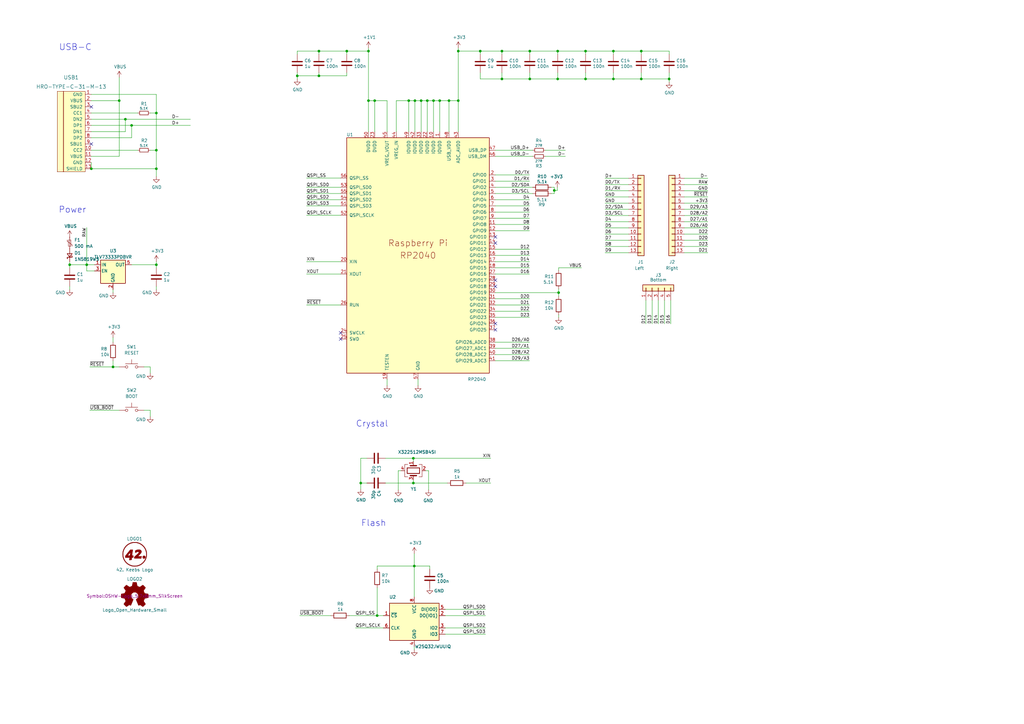
<source format=kicad_sch>
(kicad_sch (version 20211123) (generator eeschema)
  (paper "A3")
  (lib_symbols
    (symbol "42Keebs:42_Keebs_Logo" (pin_names (offset 1.016)))
    (symbol "Connector_Generic:Conn_01x05" (pin_names (offset 1.016) hide)
      (property "Reference" "J" (at 0 7.62 0))
      (property "Value" "Conn_01x05" (at 0 -7.62 0))
      (symbol "Conn_01x05_1_1"
        (pin passive line (at -5.08 5.08 0) (length 3.81) (name "Pin_1") (number "1"))
        (pin passive line (at -5.08 2.54 0) (length 3.81) (name "Pin_2") (number "2"))
        (pin passive line (at -5.08 0 0) (length 3.81) (name "Pin_3") (number "3"))
        (pin passive line (at -5.08 -2.54 0) (length 3.81) (name "Pin_4") (number "4"))
        (pin passive line (at -5.08 -5.08 0) (length 3.81) (name "Pin_5") (number "5"))
      )
    )
    (symbol "Connector_Generic:Conn_01x13" (pin_names (offset 1.016) hide)
      (property "Reference" "J" (at 0 17.78 0))
      (property "Value" "Conn_01x13" (at 0 -17.78 0))
      (symbol "Conn_01x13_1_1"
        (pin passive line (at -5.08 15.24 0) (length 3.81) (name "Pin_1") (number "1"))
        (pin passive line (at -5.08 -7.62 0) (length 3.81) (name "Pin_10") (number "10"))
        (pin passive line (at -5.08 -10.16 0) (length 3.81) (name "Pin_11") (number "11"))
        (pin passive line (at -5.08 -12.7 0) (length 3.81) (name "Pin_12") (number "12"))
        (pin passive line (at -5.08 -15.24 0) (length 3.81) (name "Pin_13") (number "13"))
        (pin passive line (at -5.08 12.7 0) (length 3.81) (name "Pin_2") (number "2"))
        (pin passive line (at -5.08 10.16 0) (length 3.81) (name "Pin_3") (number "3"))
        (pin passive line (at -5.08 7.62 0) (length 3.81) (name "Pin_4") (number "4"))
        (pin passive line (at -5.08 5.08 0) (length 3.81) (name "Pin_5") (number "5"))
        (pin passive line (at -5.08 2.54 0) (length 3.81) (name "Pin_6") (number "6"))
        (pin passive line (at -5.08 0 0) (length 3.81) (name "Pin_7") (number "7"))
        (pin passive line (at -5.08 -2.54 0) (length 3.81) (name "Pin_8") (number "8"))
        (pin passive line (at -5.08 -5.08 0) (length 3.81) (name "Pin_9") (number "9"))
      )
    )
    (symbol "Device:C" (pin_numbers hide) (pin_names (offset 0.254))
      (property "Reference" "C" (at 0.635 2.54 0))
      (property "Value" "C" (at 0.635 -2.54 0))
      (symbol "C_1_1"
        (pin passive line (at 0 3.81 270) (length 2.794) (name "~") (number "1"))
        (pin passive line (at 0 -3.81 90) (length 2.794) (name "~") (number "2"))
      )
    )
    (symbol "Device:Crystal_GND24" (pin_names (offset 1.016) hide)
      (property "Reference" "Y" (at 3.175 5.08 0))
      (property "Value" "Crystal_GND24" (at 3.175 3.175 0))
      (symbol "Crystal_GND24_1_1"
        (pin passive line (at -3.81 0 0) (length 1.27) (name "1") (number "1"))
        (pin passive line (at 0 5.08 270) (length 1.27) (name "2") (number "2"))
        (pin passive line (at 3.81 0 180) (length 1.27) (name "3") (number "3"))
        (pin passive line (at 0 -5.08 90) (length 1.27) (name "4") (number "4"))
      )
    )
    (symbol "Device:D_Schottky_Small" (pin_numbers hide) (pin_names (offset 0.254) hide)
      (property "Reference" "D" (at -1.27 2.032 0))
      (property "Value" "D_Schottky_Small" (at -7.112 -2.032 0))
      (symbol "D_Schottky_Small_1_1"
        (pin passive line (at -2.54 0 0) (length 1.778) (name "K") (number "1"))
        (pin passive line (at 2.54 0 180) (length 1.778) (name "A") (number "2"))
      )
    )
    (symbol "Device:Polyfuse_Small" (pin_numbers hide) (pin_names (offset 0))
      (property "Reference" "F" (at -1.905 0 90))
      (property "Value" "Polyfuse_Small" (at 1.905 0 90))
      (symbol "Polyfuse_Small_1_1"
        (pin passive line (at 0 2.54 270) (length 0.635) (name "~") (number "1"))
        (pin passive line (at 0 -2.54 90) (length 0.635) (name "~") (number "2"))
      )
    )
    (symbol "Device:R" (pin_numbers hide) (pin_names (offset 0))
      (property "Reference" "R" (at 2.032 0 90))
      (property "Value" "R" (at 0 0 90))
      (symbol "R_1_1"
        (pin passive line (at 0 3.81 270) (length 1.27) (name "~") (number "1"))
        (pin passive line (at 0 -3.81 90) (length 1.27) (name "~") (number "2"))
      )
    )
    (symbol "Device:R_Small" (pin_numbers hide) (pin_names (offset 0.254) hide)
      (property "Reference" "R" (at 0.762 0.508 0))
      (property "Value" "R_Small" (at 0.762 -1.016 0))
      (symbol "R_Small_1_1"
        (pin passive line (at 0 2.54 270) (length 0.762) (name "~") (number "1"))
        (pin passive line (at 0 -2.54 90) (length 0.762) (name "~") (number "2"))
      )
    )
    (symbol "Graphic:Logo_Open_Hardware_Small" (pin_names (offset 1.016)))
    (symbol "MCU_RaspberryPi_RP2040:RP2040" (pin_names (offset 1.016))
      (property "Reference" "U" (at -29.21 49.53 0))
      (property "Value" "RP2040" (at 24.13 -49.53 0))
      (symbol "RP2040_0_0"
        (text "Raspberry Pi" (at 0 5.08 0) (effects (font (size 2.54 2.54))))
        (text "RP2040" (at 0 0 0) (effects (font (size 2.54 2.54))))
      )
      (symbol "RP2040_1_1"
        (pin power_in line (at 8.89 50.8 270) (length 2.54) (name "IOVDD") (number "1"))
        (pin power_in line (at 6.35 50.8 270) (length 2.54) (name "IOVDD") (number "10"))
        (pin bidirectional line (at 31.75 12.7 180) (length 2.54) (name "GPIO8") (number "11"))
        (pin bidirectional line (at 31.75 10.16 180) (length 2.54) (name "GPIO9") (number "12"))
        (pin bidirectional line (at 31.75 7.62 180) (length 2.54) (name "GPIO10") (number "13"))
        (pin bidirectional line (at 31.75 5.08 180) (length 2.54) (name "GPIO11") (number "14"))
        (pin bidirectional line (at 31.75 2.54 180) (length 2.54) (name "GPIO12") (number "15"))
        (pin bidirectional line (at 31.75 0 180) (length 2.54) (name "GPIO13") (number "16"))
        (pin bidirectional line (at 31.75 -2.54 180) (length 2.54) (name "GPIO14") (number "17"))
        (pin bidirectional line (at 31.75 -5.08 180) (length 2.54) (name "GPIO15") (number "18"))
        (pin passive line (at -12.7 -50.8 90) (length 2.54) (name "TESTEN") (number "19"))
        (pin bidirectional line (at 31.75 33.02 180) (length 2.54) (name "GPIO0") (number "2"))
        (pin input line (at -31.75 -2.54 0) (length 2.54) (name "XIN") (number "20"))
        (pin passive line (at -31.75 -7.62 0) (length 2.54) (name "XOUT") (number "21"))
        (pin power_in line (at 3.81 50.8 270) (length 2.54) (name "IOVDD") (number "22"))
        (pin power_in line (at -17.78 50.8 270) (length 2.54) (name "DVDD") (number "23"))
        (pin output line (at -31.75 -31.75 0) (length 2.54) (name "SWCLK") (number "24"))
        (pin bidirectional line (at -31.75 -34.29 0) (length 2.54) (name "SWD") (number "25"))
        (pin input line (at -31.75 -20.32 0) (length 2.54) (name "RUN") (number "26"))
        (pin bidirectional line (at 31.75 -7.62 180) (length 2.54) (name "GPIO16") (number "27"))
        (pin bidirectional line (at 31.75 -10.16 180) (length 2.54) (name "GPIO17") (number "28"))
        (pin bidirectional line (at 31.75 -12.7 180) (length 2.54) (name "GPIO18") (number "29"))
        (pin bidirectional line (at 31.75 30.48 180) (length 2.54) (name "GPIO1") (number "3"))
        (pin bidirectional line (at 31.75 -15.24 180) (length 2.54) (name "GPIO19") (number "30"))
        (pin bidirectional line (at 31.75 -17.78 180) (length 2.54) (name "GPIO20") (number "31"))
        (pin bidirectional line (at 31.75 -20.32 180) (length 2.54) (name "GPIO21") (number "32"))
        (pin power_in line (at 1.27 50.8 270) (length 2.54) (name "IOVDD") (number "33"))
        (pin bidirectional line (at 31.75 -22.86 180) (length 2.54) (name "GPIO22") (number "34"))
        (pin bidirectional line (at 31.75 -25.4 180) (length 2.54) (name "GPIO23") (number "35"))
        (pin bidirectional line (at 31.75 -27.94 180) (length 2.54) (name "GPIO24") (number "36"))
        (pin bidirectional line (at 31.75 -30.48 180) (length 2.54) (name "GPIO25") (number "37"))
        (pin bidirectional line (at 31.75 -35.56 180) (length 2.54) (name "GPIO26_ADC0") (number "38"))
        (pin bidirectional line (at 31.75 -38.1 180) (length 2.54) (name "GPIO27_ADC1") (number "39"))
        (pin bidirectional line (at 31.75 27.94 180) (length 2.54) (name "GPIO2") (number "4"))
        (pin bidirectional line (at 31.75 -40.64 180) (length 2.54) (name "GPIO28_ADC2") (number "40"))
        (pin bidirectional line (at 31.75 -43.18 180) (length 2.54) (name "GPIO29_ADC3") (number "41"))
        (pin power_in line (at -1.27 50.8 270) (length 2.54) (name "IOVDD") (number "42"))
        (pin power_in line (at 16.51 50.8 270) (length 2.54) (name "ADC_AVDD") (number "43"))
        (pin power_in line (at -8.89 50.8 270) (length 2.54) (name "VREG_IN") (number "44"))
        (pin power_out line (at -12.7 50.8 270) (length 2.54) (name "VREG_VOUT") (number "45"))
        (pin bidirectional line (at 31.75 40.64 180) (length 2.54) (name "USB_DM") (number "46"))
        (pin bidirectional line (at 31.75 43.18 180) (length 2.54) (name "USB_DP") (number "47"))
        (pin power_in line (at 12.7 50.8 270) (length 2.54) (name "USB_VDD") (number "48"))
        (pin power_in line (at -3.81 50.8 270) (length 2.54) (name "IOVDD") (number "49"))
        (pin bidirectional line (at 31.75 25.4 180) (length 2.54) (name "GPIO3") (number "5"))
        (pin power_in line (at -20.32 50.8 270) (length 2.54) (name "DVDD") (number "50"))
        (pin bidirectional line (at -31.75 20.32 0) (length 2.54) (name "QSPI_SD3") (number "51"))
        (pin output line (at -31.75 16.51 0) (length 2.54) (name "QSPI_SCLK") (number "52"))
        (pin bidirectional line (at -31.75 27.94 0) (length 2.54) (name "QSPI_SD0") (number "53"))
        (pin bidirectional line (at -31.75 22.86 0) (length 2.54) (name "QSPI_SD2") (number "54"))
        (pin bidirectional line (at -31.75 25.4 0) (length 2.54) (name "QSPI_SD1") (number "55"))
        (pin bidirectional line (at -31.75 31.75 0) (length 2.54) (name "QSPI_SS") (number "56"))
        (pin power_in line (at 0 -50.8 90) (length 2.54) (name "GND") (number "57"))
        (pin bidirectional line (at 31.75 22.86 180) (length 2.54) (name "GPIO4") (number "6"))
        (pin bidirectional line (at 31.75 20.32 180) (length 2.54) (name "GPIO5") (number "7"))
        (pin bidirectional line (at 31.75 17.78 180) (length 2.54) (name "GPIO6") (number "8"))
        (pin bidirectional line (at 31.75 15.24 180) (length 2.54) (name "GPIO7") (number "9"))
      )
    )
    (symbol "Memory_Flash:W25Q32JVSS"
      (property "Reference" "U" (at -8.89 8.89 0))
      (property "Value" "W25Q32JVSS" (at 7.62 8.89 0))
      (symbol "W25Q32JVSS_1_1"
        (pin input line (at -12.7 2.54 0) (length 2.54) (name "~{CS}") (number "1"))
        (pin bidirectional line (at 12.7 2.54 180) (length 2.54) (name "DO(IO1)") (number "2"))
        (pin bidirectional line (at 12.7 -2.54 180) (length 2.54) (name "IO2") (number "3"))
        (pin power_in line (at 0 -10.16 90) (length 2.54) (name "GND") (number "4"))
        (pin bidirectional line (at 12.7 5.08 180) (length 2.54) (name "DI(IO0)") (number "5"))
        (pin input line (at -12.7 -2.54 0) (length 2.54) (name "CLK") (number "6"))
        (pin bidirectional line (at 12.7 -5.08 180) (length 2.54) (name "IO3") (number "7"))
        (pin power_in line (at 0 10.16 270) (length 2.54) (name "VCC") (number "8"))
      )
    )
    (symbol "Regulator_Linear:TLV73333PDBV" (pin_names (offset 0.254))
      (property "Reference" "U" (at -3.81 5.715 0))
      (property "Value" "TLV73333PDBV" (at 0 5.715 0))
      (symbol "TLV73333PDBV_1_1"
        (pin power_in line (at -7.62 2.54 0) (length 2.54) (name "IN") (number "1"))
        (pin power_in line (at 0 -7.62 90) (length 2.54) (name "GND") (number "2"))
        (pin input line (at -7.62 0 0) (length 2.54) (name "EN") (number "3"))
        (pin no_connect line (at 5.08 0 180) (length 2.54) hide (name "NC") (number "4"))
        (pin power_out line (at 7.62 2.54 180) (length 2.54) (name "OUT") (number "5"))
      )
    )
    (symbol "Switch:SW_Push" (pin_numbers hide) (pin_names (offset 1.016) hide)
      (property "Reference" "SW" (at 1.27 2.54 0))
      (property "Value" "SW_Push" (at 0 -1.524 0))
      (symbol "SW_Push_0_1"
        (pin passive line (at -5.08 0 0) (length 2.54) (name "1") (number "1"))
        (pin passive line (at 5.08 0 180) (length 2.54) (name "2") (number "2"))
      )
    )
    (symbol "Type-C:HRO-TYPE-C-31-M-12" (pin_names (offset 1.016))
      (property "Reference" "USB" (at -5.08 16.51 0))
      (property "Value" "HRO-TYPE-C-31-M-12" (at -10.16 -1.27 90))
      (symbol "HRO-TYPE-C-31-M-12_1_1"
        (pin input line (at 2.54 13.97 180) (length 2.54) (name "GND") (number "1"))
        (pin input line (at 2.54 -8.89 180) (length 2.54) (name "CC2") (number "10"))
        (pin input line (at 2.54 -11.43 180) (length 2.54) (name "VBUS") (number "11"))
        (pin input line (at 2.54 -13.97 180) (length 2.54) (name "GND") (number "12"))
        (pin input line (at 2.54 -16.51 180) (length 2.54) (name "SHIELD") (number "13"))
        (pin input line (at 2.54 11.43 180) (length 2.54) (name "VBUS") (number "2"))
        (pin input line (at 2.54 8.89 180) (length 2.54) (name "SBU2") (number "3"))
        (pin input line (at 2.54 6.35 180) (length 2.54) (name "CC1") (number "4"))
        (pin input line (at 2.54 3.81 180) (length 2.54) (name "DN2") (number "5"))
        (pin input line (at 2.54 1.27 180) (length 2.54) (name "DP1") (number "6"))
        (pin input line (at 2.54 -1.27 180) (length 2.54) (name "DN1") (number "7"))
        (pin input line (at 2.54 -3.81 180) (length 2.54) (name "DP2") (number "8"))
        (pin input line (at 2.54 -6.35 180) (length 2.54) (name "SBU1") (number "9"))
      )
    )
    (symbol "power:+1V1" (power) (pin_names (offset 0))
      (property "Value" "+1V1" (at 0 3.556 0))
      (symbol "+1V1_1_1"
        (pin power_in line (at 0 0 90) (length 0) hide (name "+1V1") (number "1"))
      )
    )
    (symbol "power:+3V3" (power) (pin_names (offset 0))
      (property "Value" "+3V3" (at 0 3.556 0))
      (symbol "+3V3_1_1"
        (pin power_in line (at 0 0 90) (length 0) hide (name "+3V3") (number "1"))
      )
    )
    (symbol "power:GND" (power) (pin_names (offset 0))
      (property "Value" "GND" (at 0 -3.81 0))
      (symbol "GND_1_1"
        (pin power_in line (at 0 0 270) (length 0) hide (name "GND") (number "1"))
      )
    )
    (symbol "power:VBUS" (power) (pin_names (offset 0))
      (property "Value" "VBUS" (at 0 3.81 0))
      (symbol "VBUS_1_1"
        (pin power_in line (at 0 0 90) (length 0) hide (name "VBUS") (number "1"))
      )
    )
  )
  (junction (at 196.977 20.955))
  (junction (at 130.81 31.115))
  (junction (at 263.017 32.385))
  (junction (at 251.587 32.385))
  (junction (at 35.56 108.585))
  (junction (at 217.297 32.385))
  (junction (at 170.18 41.275))
  (junction (at 28.575 108.585))
  (junction (at 205.867 32.385))
  (junction (at 172.72 41.275))
  (junction (at 228.727 32.385))
  (junction (at 184.15 41.275))
  (junction (at 251.587 20.955))
  (junction (at 187.96 20.955))
  (junction (at 142.24 20.955))
  (junction (at 64.135 46.355))
  (junction (at 240.157 32.385))
  (junction (at 274.447 32.385))
  (junction (at 64.135 108.585))
  (junction (at 167.64 41.275))
  (junction (at 154.686 252.476))
  (junction (at 263.017 20.955))
  (junction (at 130.81 20.955))
  (junction (at 228.727 20.955))
  (junction (at 169.545 198.12))
  (junction (at 177.8 41.275))
  (junction (at 151.13 20.955))
  (junction (at 175.26 41.275))
  (junction (at 48.895 41.275))
  (junction (at 121.92 31.115))
  (junction (at 153.67 41.275))
  (junction (at 227.33 78.105))
  (junction (at 229.108 120.015))
  (junction (at 53.975 51.435))
  (junction (at 51.435 48.895))
  (junction (at 46.355 150.495))
  (junction (at 187.96 41.275))
  (junction (at 180.34 41.275))
  (junction (at 217.297 20.955))
  (junction (at 169.545 187.96))
  (junction (at 37.465 69.215))
  (junction (at 205.867 20.955))
  (junction (at 240.157 20.955))
  (junction (at 169.926 232.156))
  (junction (at 64.135 61.595))
  (junction (at 151.13 41.275))
  (junction (at 64.135 69.215))
  (junction (at 147.955 198.12))
  (no_connect (at 139.7 139.065))
  (no_connect (at 203.2 99.695))
  (no_connect (at 203.2 114.935))
  (no_connect (at 37.465 59.055))
  (no_connect (at 203.2 97.155))
  (no_connect (at 203.2 117.475))
  (no_connect (at 139.7 136.525))
  (no_connect (at 203.2 132.715))
  (no_connect (at 203.2 135.255))
  (no_connect (at 37.465 43.815))
  (wire (pts (xy 147.955 187.96) (xy 147.955 198.12)))
  (wire (pts (xy 228.6 76.835) (xy 228.6 78.105)))
  (wire (pts (xy 191.135 198.12) (xy 201.295 198.12)))
  (wire (pts (xy 37.465 46.355) (xy 56.515 46.355)))
  (wire (pts (xy 162.56 41.275) (xy 167.64 41.275)))
  (wire (pts (xy 240.157 22.225) (xy 240.157 20.955)))
  (wire (pts (xy 121.92 22.225) (xy 121.92 20.955)))
  (wire (pts (xy 59.055 150.495) (xy 61.595 150.495)))
  (wire (pts (xy 121.92 20.955) (xy 130.81 20.955)))
  (wire (pts (xy 270.002 132.842) (xy 270.002 123.19)))
  (wire (pts (xy 240.157 32.385) (xy 228.727 32.385)))
  (wire (pts (xy 263.017 22.225) (xy 263.017 20.955)))
  (wire (pts (xy 171.45 155.575) (xy 171.45 158.115)))
  (wire (pts (xy 28.575 107.315) (xy 28.575 108.585)))
  (wire (pts (xy 37.465 53.975) (xy 51.435 53.975)))
  (wire (pts (xy 251.587 29.845) (xy 251.587 32.385)))
  (wire (pts (xy 35.56 111.125) (xy 35.56 108.585)))
  (wire (pts (xy 217.17 109.855) (xy 203.2 109.855)))
  (wire (pts (xy 143.256 252.476) (xy 154.686 252.476)))
  (wire (pts (xy 217.17 102.235) (xy 203.2 102.235)))
  (wire (pts (xy 130.81 31.115) (xy 142.24 31.115)))
  (wire (pts (xy 280.67 96.012) (xy 290.322 96.012)))
  (wire (pts (xy 203.2 64.135) (xy 218.567 64.135)))
  (wire (pts (xy 36.83 168.275) (xy 48.895 168.275)))
  (wire (pts (xy 228.727 22.225) (xy 228.727 20.955)))
  (wire (pts (xy 248.158 85.852) (xy 257.81 85.852)))
  (wire (pts (xy 169.926 232.156) (xy 169.926 244.856)))
  (wire (pts (xy 177.8 41.275) (xy 180.34 41.275)))
  (wire (pts (xy 154.686 252.476) (xy 157.226 252.476)))
  (wire (pts (xy 251.587 20.955) (xy 263.017 20.955)))
  (wire (pts (xy 264.922 132.842) (xy 264.922 123.19)))
  (wire (pts (xy 229.108 120.015) (xy 229.108 121.539)))
  (wire (pts (xy 280.67 83.312) (xy 290.322 83.312)))
  (wire (pts (xy 217.17 145.415) (xy 203.2 145.415)))
  (wire (pts (xy 53.975 51.435) (xy 78.105 51.435)))
  (wire (pts (xy 228.727 29.845) (xy 228.727 32.385)))
  (wire (pts (xy 153.67 53.975) (xy 153.67 41.275)))
  (wire (pts (xy 187.96 20.955) (xy 196.977 20.955)))
  (wire (pts (xy 217.17 112.395) (xy 203.2 112.395)))
  (wire (pts (xy 263.017 29.845) (xy 263.017 32.385)))
  (wire (pts (xy 228.6 78.105) (xy 227.33 78.105)))
  (wire (pts (xy 28.575 117.475) (xy 28.575 118.745)))
  (wire (pts (xy 248.158 80.772) (xy 257.81 80.772)))
  (wire (pts (xy 151.13 41.275) (xy 151.13 53.975)))
  (wire (pts (xy 37.465 66.675) (xy 37.465 69.215)))
  (wire (pts (xy 64.135 69.215) (xy 64.135 72.39)))
  (wire (pts (xy 248.158 73.152) (xy 257.81 73.152)))
  (wire (pts (xy 37.465 69.215) (xy 64.135 69.215)))
  (wire (pts (xy 176.276 233.426) (xy 176.276 232.156)))
  (wire (pts (xy 275.082 132.842) (xy 275.082 123.19)))
  (wire (pts (xy 51.435 48.895) (xy 37.465 48.895)))
  (wire (pts (xy 37.465 38.735) (xy 64.135 38.735)))
  (wire (pts (xy 37.465 64.135) (xy 48.895 64.135)))
  (wire (pts (xy 248.158 96.012) (xy 257.81 96.012)))
  (wire (pts (xy 64.135 38.735) (xy 64.135 46.355)))
  (wire (pts (xy 176.276 232.156) (xy 169.926 232.156)))
  (wire (pts (xy 280.67 78.232) (xy 290.322 78.232)))
  (wire (pts (xy 184.15 53.975) (xy 184.15 41.275)))
  (wire (pts (xy 229.108 109.855) (xy 238.506 109.855)))
  (wire (pts (xy 251.587 22.225) (xy 251.587 20.955)))
  (wire (pts (xy 203.2 120.015) (xy 229.108 120.015)))
  (wire (pts (xy 121.92 31.115) (xy 130.81 31.115)))
  (wire (pts (xy 169.926 265.176) (xy 169.926 266.446)))
  (wire (pts (xy 37.465 61.595) (xy 56.515 61.595)))
  (wire (pts (xy 217.17 107.315) (xy 203.2 107.315)))
  (wire (pts (xy 182.626 260.096) (xy 199.136 260.096)))
  (wire (pts (xy 280.67 101.092) (xy 290.322 101.092)))
  (wire (pts (xy 158.75 53.975) (xy 158.75 41.275)))
  (wire (pts (xy 154.686 232.156) (xy 169.926 232.156)))
  (wire (pts (xy 217.297 22.225) (xy 217.297 20.955)))
  (wire (pts (xy 130.81 20.955) (xy 142.24 20.955)))
  (wire (pts (xy 184.15 41.275) (xy 187.96 41.275)))
  (wire (pts (xy 158.115 187.96) (xy 169.545 187.96)))
  (wire (pts (xy 205.867 20.955) (xy 217.297 20.955)))
  (wire (pts (xy 217.17 92.075) (xy 203.2 92.075)))
  (wire (pts (xy 46.355 138.43) (xy 46.355 140.335)))
  (wire (pts (xy 51.435 53.975) (xy 51.435 48.895)))
  (wire (pts (xy 228.727 32.385) (xy 217.297 32.385)))
  (wire (pts (xy 248.158 93.472) (xy 257.81 93.472)))
  (wire (pts (xy 187.96 20.955) (xy 187.96 41.275)))
  (wire (pts (xy 280.67 75.692) (xy 290.322 75.692)))
  (wire (pts (xy 64.135 46.355) (xy 64.135 61.595)))
  (wire (pts (xy 169.926 227.076) (xy 169.926 232.156)))
  (wire (pts (xy 139.7 125.095) (xy 125.73 125.095)))
  (wire (pts (xy 121.92 31.115) (xy 121.92 32.385)))
  (wire (pts (xy 61.595 150.495) (xy 61.595 153.035)))
  (wire (pts (xy 227.33 79.375) (xy 226.06 79.375)))
  (wire (pts (xy 272.542 132.842) (xy 272.542 123.19)))
  (wire (pts (xy 130.81 22.225) (xy 130.81 20.955)))
  (wire (pts (xy 223.647 61.595) (xy 231.902 61.595)))
  (wire (pts (xy 130.81 29.845) (xy 130.81 31.115)))
  (wire (pts (xy 125.73 79.375) (xy 139.7 79.375)))
  (wire (pts (xy 175.26 41.275) (xy 177.8 41.275)))
  (wire (pts (xy 248.158 88.392) (xy 257.81 88.392)))
  (wire (pts (xy 263.017 32.385) (xy 274.447 32.385)))
  (wire (pts (xy 169.545 187.96) (xy 201.295 187.96)))
  (wire (pts (xy 147.955 198.12) (xy 147.955 200.66)))
  (wire (pts (xy 135.636 252.476) (xy 122.936 252.476)))
  (wire (pts (xy 125.73 107.315) (xy 139.7 107.315)))
  (wire (pts (xy 227.33 78.105) (xy 227.33 79.375)))
  (wire (pts (xy 217.297 20.955) (xy 228.727 20.955)))
  (wire (pts (xy 158.115 198.12) (xy 169.545 198.12)))
  (wire (pts (xy 203.2 76.835) (xy 218.44 76.835)))
  (wire (pts (xy 248.158 83.312) (xy 257.81 83.312)))
  (wire (pts (xy 64.135 61.595) (xy 64.135 69.215)))
  (wire (pts (xy 121.92 29.845) (xy 121.92 31.115)))
  (wire (pts (xy 196.977 20.955) (xy 205.867 20.955)))
  (wire (pts (xy 217.17 89.535) (xy 203.2 89.535)))
  (wire (pts (xy 203.2 61.595) (xy 218.567 61.595)))
  (wire (pts (xy 196.977 32.385) (xy 205.867 32.385)))
  (wire (pts (xy 64.135 117.475) (xy 64.135 118.745)))
  (wire (pts (xy 217.297 32.385) (xy 205.867 32.385)))
  (wire (pts (xy 217.17 84.455) (xy 203.2 84.455)))
  (wire (pts (xy 172.72 53.975) (xy 172.72 41.275)))
  (wire (pts (xy 167.64 41.275) (xy 170.18 41.275)))
  (wire (pts (xy 182.626 257.556) (xy 199.136 257.556)))
  (wire (pts (xy 53.975 108.585) (xy 64.135 108.585)))
  (wire (pts (xy 196.977 29.845) (xy 196.977 32.385)))
  (wire (pts (xy 53.975 56.515) (xy 53.975 51.435)))
  (wire (pts (xy 240.157 20.955) (xy 251.587 20.955)))
  (wire (pts (xy 175.768 193.04) (xy 175.768 200.914)))
  (wire (pts (xy 167.64 53.975) (xy 167.64 41.275)))
  (wire (pts (xy 61.595 46.355) (xy 64.135 46.355)))
  (wire (pts (xy 251.587 32.385) (xy 240.157 32.385)))
  (wire (pts (xy 280.67 103.632) (xy 290.322 103.632)))
  (wire (pts (xy 228.727 20.955) (xy 240.157 20.955)))
  (wire (pts (xy 139.7 112.395) (xy 125.73 112.395)))
  (wire (pts (xy 180.34 41.275) (xy 180.34 53.975)))
  (wire (pts (xy 38.735 108.585) (xy 35.56 108.585)))
  (wire (pts (xy 196.977 20.955) (xy 196.977 22.225)))
  (wire (pts (xy 169.545 189.23) (xy 169.545 187.96)))
  (wire (pts (xy 64.135 108.585) (xy 64.135 109.855)))
  (wire (pts (xy 217.17 122.555) (xy 203.2 122.555)))
  (wire (pts (xy 175.26 53.975) (xy 175.26 41.275)))
  (wire (pts (xy 153.67 41.275) (xy 151.13 41.275)))
  (wire (pts (xy 48.895 64.135) (xy 48.895 41.275)))
  (wire (pts (xy 226.06 76.835) (xy 227.33 76.835)))
  (wire (pts (xy 280.67 73.152) (xy 290.322 73.152)))
  (wire (pts (xy 240.157 29.845) (xy 240.157 32.385)))
  (wire (pts (xy 217.17 140.335) (xy 203.2 140.335)))
  (wire (pts (xy 37.465 41.275) (xy 48.895 41.275)))
  (wire (pts (xy 158.75 155.575) (xy 158.75 158.115)))
  (wire (pts (xy 170.18 41.275) (xy 172.72 41.275)))
  (wire (pts (xy 142.24 22.225) (xy 142.24 20.955)))
  (wire (pts (xy 229.108 110.871) (xy 229.108 109.855)))
  (wire (pts (xy 180.34 41.275) (xy 184.15 41.275)))
  (wire (pts (xy 46.355 118.745) (xy 46.355 120.015)))
  (wire (pts (xy 125.73 84.455) (xy 139.7 84.455)))
  (wire (pts (xy 182.626 249.936) (xy 199.136 249.936)))
  (wire (pts (xy 217.17 147.955) (xy 203.2 147.955)))
  (wire (pts (xy 51.435 48.895) (xy 78.105 48.895)))
  (wire (pts (xy 248.158 101.092) (xy 257.81 101.092)))
  (wire (pts (xy 46.355 150.495) (xy 48.895 150.495)))
  (wire (pts (xy 150.495 198.12) (xy 147.955 198.12)))
  (wire (pts (xy 154.686 233.426) (xy 154.686 232.156)))
  (wire (pts (xy 172.72 41.275) (xy 175.26 41.275)))
  (wire (pts (xy 142.24 20.955) (xy 151.13 20.955)))
  (wire (pts (xy 217.17 142.875) (xy 203.2 142.875)))
  (wire (pts (xy 125.73 81.915) (xy 139.7 81.915)))
  (wire (pts (xy 35.56 108.585) (xy 28.575 108.585)))
  (wire (pts (xy 280.67 93.472) (xy 290.322 93.472)))
  (wire (pts (xy 139.7 88.265) (xy 125.73 88.265)))
  (wire (pts (xy 217.17 125.095) (xy 203.2 125.095)))
  (wire (pts (xy 227.33 76.835) (xy 227.33 78.105)))
  (wire (pts (xy 280.67 88.392) (xy 290.322 88.392)))
  (wire (pts (xy 229.108 129.159) (xy 229.108 130.175)))
  (wire (pts (xy 125.73 76.835) (xy 139.7 76.835)))
  (wire (pts (xy 169.545 198.12) (xy 183.515 198.12)))
  (wire (pts (xy 37.465 51.435) (xy 53.975 51.435)))
  (wire (pts (xy 174.625 193.04) (xy 175.768 193.04)))
  (wire (pts (xy 162.56 53.975) (xy 162.56 41.275)))
  (wire (pts (xy 36.83 150.495) (xy 46.355 150.495)))
  (wire (pts (xy 267.462 132.842) (xy 267.462 123.19)))
  (wire (pts (xy 274.447 22.225) (xy 274.447 20.955)))
  (wire (pts (xy 248.158 98.552) (xy 257.81 98.552)))
  (wire (pts (xy 169.545 196.85) (xy 169.545 198.12)))
  (wire (pts (xy 274.447 29.845) (xy 274.447 32.385)))
  (wire (pts (xy 145.796 257.556) (xy 157.226 257.556)))
  (wire (pts (xy 48.895 31.75) (xy 48.895 41.275)))
  (wire (pts (xy 38.735 111.125) (xy 35.56 111.125)))
  (wire (pts (xy 274.447 32.385) (xy 274.447 33.655)))
  (wire (pts (xy 248.158 103.632) (xy 257.81 103.632)))
  (wire (pts (xy 217.297 29.845) (xy 217.297 32.385)))
  (wire (pts (xy 280.67 80.772) (xy 290.322 80.772)))
  (wire (pts (xy 170.18 53.975) (xy 170.18 41.275)))
  (wire (pts (xy 158.75 41.275) (xy 153.67 41.275)))
  (wire (pts (xy 187.96 41.275) (xy 187.96 53.975)))
  (wire (pts (xy 182.626 252.476) (xy 199.136 252.476)))
  (wire (pts (xy 217.17 86.995) (xy 203.2 86.995)))
  (wire (pts (xy 163.322 193.04) (xy 163.322 200.914)))
  (wire (pts (xy 280.67 98.552) (xy 290.322 98.552)))
  (wire (pts (xy 46.355 147.955) (xy 46.355 150.495)))
  (wire (pts (xy 61.595 61.595) (xy 64.135 61.595)))
  (wire (pts (xy 205.867 29.845) (xy 205.867 32.385)))
  (wire (pts (xy 217.17 94.615) (xy 203.2 94.615)))
  (wire (pts (xy 248.158 75.692) (xy 257.81 75.692)))
  (wire (pts (xy 280.67 85.852) (xy 290.322 85.852)))
  (wire (pts (xy 280.67 90.932) (xy 290.322 90.932)))
  (wire (pts (xy 217.17 81.915) (xy 203.2 81.915)))
  (wire (pts (xy 142.24 31.115) (xy 142.24 29.845)))
  (wire (pts (xy 263.017 20.955) (xy 274.447 20.955)))
  (wire (pts (xy 217.17 127.635) (xy 203.2 127.635)))
  (wire (pts (xy 248.158 78.232) (xy 257.81 78.232)))
  (wire (pts (xy 59.055 168.275) (xy 61.595 168.275)))
  (wire (pts (xy 223.647 64.135) (xy 231.902 64.135)))
  (wire (pts (xy 203.2 79.375) (xy 218.44 79.375)))
  (wire (pts (xy 217.17 130.175) (xy 203.2 130.175)))
  (wire (pts (xy 164.465 193.04) (xy 163.322 193.04)))
  (wire (pts (xy 139.7 73.025) (xy 125.73 73.025)))
  (wire (pts (xy 177.8 53.975) (xy 177.8 41.275)))
  (wire (pts (xy 217.17 104.775) (xy 203.2 104.775)))
  (wire (pts (xy 229.108 118.491) (xy 229.108 120.015)))
  (wire (pts (xy 61.595 168.275) (xy 61.595 170.815)))
  (wire (pts (xy 263.017 32.385) (xy 251.587 32.385)))
  (wire (pts (xy 217.17 71.755) (xy 203.2 71.755)))
  (wire (pts (xy 37.465 56.515) (xy 53.975 56.515)))
  (wire (pts (xy 151.13 19.685) (xy 151.13 20.955)))
  (wire (pts (xy 28.575 109.855) (xy 28.575 108.585)))
  (wire (pts (xy 187.96 19.685) (xy 187.96 20.955)))
  (wire (pts (xy 151.13 20.955) (xy 151.13 41.275)))
  (wire (pts (xy 154.686 241.046) (xy 154.686 252.476)))
  (wire (pts (xy 64.135 107.315) (xy 64.135 108.585)))
  (wire (pts (xy 205.867 22.225) (xy 205.867 20.955)))
  (wire (pts (xy 150.495 187.96) (xy 147.955 187.96)))
  (wire (pts (xy 35.56 93.345) (xy 35.56 108.585)))
  (wire (pts (xy 217.17 74.295) (xy 203.2 74.295)))
  (wire (pts (xy 248.158 90.932) (xy 257.81 90.932)))
  (text "Power" (at 24.003 87.63 0) (effects (font (size 2.54 2.54)) (justify left bottom)))
  (text "Crystal" (at 145.923 175.387 0) (effects (font (size 2.54 2.54)) (justify left bottom)))
  (text "Flash" (at 148.082 216.154 0) (effects (font (size 2.54 2.54)) (justify left bottom)))
  (text "USB-C" (at 24.13 20.955 0) (effects (font (size 2.54 2.54)) (justify left bottom)))
  (label "D-" (at 290.322 73.152 180))
  (label "D8" (at 248.158 101.092 0) (effects (font (size 1.2446 1.2446))))
  (label "D4" (at 248.158 90.932 0) (effects (font (size 1.2446 1.2446))))
  (label "QSPI_SD2" (at 199.136 257.556 180))
  (label "D15" (at 217.17 109.855 180) (effects (font (size 1.2446 1.2446))))
  (label "XIN" (at 125.73 107.315 0))
  (label "D23" (at 290.322 101.092 180) (effects (font (size 1.2446 1.2446))))
  (label "D-" (at 231.902 64.135 180))
  (label "D1{slash}RX" (at 217.17 74.295 180) (effects (font (size 1.2446 1.2446))))
  (label "XOUT" (at 201.295 198.12 180))
  (label "D3{slash}SCL" (at 217.17 79.375 180) (effects (font (size 1.2446 1.2446))))
  (label "D3{slash}SCL" (at 248.158 88.392 0) (effects (font (size 1.2446 1.2446))))
  (label "RAW" (at 35.56 93.345 270) (effects (font (size 1.2446 1.2446))))
  (label "QSPI_SD2" (at 125.73 81.915 0))
  (label "D7" (at 217.17 89.535 180) (effects (font (size 1.2446 1.2446))))
  (label "D27{slash}A1" (at 290.322 90.932 180) (effects (font (size 1.2446 1.2446))))
  (label "D26{slash}A0" (at 217.17 140.335 180) (effects (font (size 1.2446 1.2446))))
  (label "D15" (at 272.542 132.842 90) (effects (font (size 1.2446 1.2446))))
  (label "QSPI_SD0" (at 125.73 76.835 0))
  (label "D5" (at 217.17 84.455 180) (effects (font (size 1.2446 1.2446))))
  (label "GND" (at 248.158 83.312 0) (effects (font (size 1.2446 1.2446))))
  (label "+3V3" (at 290.322 83.312 180) (effects (font (size 1.2446 1.2446))))
  (label "D14" (at 217.17 107.315 180) (effects (font (size 1.2446 1.2446))))
  (label "XOUT" (at 125.73 112.395 0))
  (label "QSPI_SD3" (at 199.136 260.096 180))
  (label "D9" (at 248.158 103.632 0) (effects (font (size 1.2446 1.2446))))
  (label "USB_D-" (at 217.17 64.135 180))
  (label "~{RESET}" (at 36.83 150.495 0))
  (label "D6" (at 217.17 86.995 180) (effects (font (size 1.2446 1.2446))))
  (label "D22" (at 217.17 127.635 180) (effects (font (size 1.2446 1.2446))))
  (label "D1{slash}RX" (at 248.158 78.232 0) (effects (font (size 1.2446 1.2446))))
  (label "D22" (at 290.322 96.012 180) (effects (font (size 1.2446 1.2446))))
  (label "D6" (at 248.158 96.012 0) (effects (font (size 1.2446 1.2446))))
  (label "~{RESET}" (at 125.73 125.095 0))
  (label "RAW" (at 290.322 75.692 180) (effects (font (size 1.2446 1.2446))))
  (label "D7" (at 248.158 98.552 0) (effects (font (size 1.2446 1.2446))))
  (label "D13" (at 267.462 132.842 90) (effects (font (size 1.2446 1.2446))))
  (label "D5" (at 248.158 93.472 0) (effects (font (size 1.2446 1.2446))))
  (label "D28{slash}A2" (at 290.322 88.392 180) (effects (font (size 1.2446 1.2446))))
  (label "D16" (at 275.082 132.842 90) (effects (font (size 1.2446 1.2446))))
  (label "GND" (at 290.322 78.232 180) (effects (font (size 1.2446 1.2446))))
  (label "D4" (at 217.17 81.915 180) (effects (font (size 1.2446 1.2446))))
  (label "D12" (at 264.922 132.842 90) (effects (font (size 1.2446 1.2446))))
  (label "QSPI_SD1" (at 199.136 252.476 180))
  (label "USB_D+" (at 217.17 61.595 180))
  (label "D28{slash}A2" (at 217.17 145.415 180) (effects (font (size 1.2446 1.2446))))
  (label "D29{slash}A3" (at 217.17 147.955 180) (effects (font (size 1.2446 1.2446))))
  (label "D0{slash}TX" (at 248.158 75.692 0) (effects (font (size 1.2446 1.2446))))
  (label "D13" (at 217.17 104.775 180) (effects (font (size 1.2446 1.2446))))
  (label "D+" (at 248.158 73.152 0))
  (label "XIN" (at 201.295 187.96 180))
  (label "D+" (at 73.533 51.435 180))
  (label "~{USB_BOOT}" (at 122.936 252.476 0))
  (label "D29{slash}A3" (at 290.322 85.852 180) (effects (font (size 1.2446 1.2446))))
  (label "GND" (at 248.158 80.772 0) (effects (font (size 1.2446 1.2446))))
  (label "D16" (at 217.17 112.395 180) (effects (font (size 1.2446 1.2446))))
  (label "QSPI_SD1" (at 125.73 79.375 0))
  (label "VBUS" (at 238.506 109.855 180) (effects (font (size 1.2446 1.2446))))
  (label "D21" (at 290.322 103.632 180) (effects (font (size 1.2446 1.2446))))
  (label "D-" (at 73.533 48.895 180))
  (label "D21" (at 217.17 125.095 180) (effects (font (size 1.2446 1.2446))))
  (label "~{RESET}" (at 290.322 80.772 180) (effects (font (size 1.2446 1.2446))))
  (label "D26{slash}A0" (at 290.322 93.472 180) (effects (font (size 1.2446 1.2446))))
  (label "D20" (at 290.322 98.552 180) (effects (font (size 1.2446 1.2446))))
  (label "D9" (at 217.17 94.615 180) (effects (font (size 1.2446 1.2446))))
  (label "QSPI_SD3" (at 125.73 84.455 0))
  (label "QSPI_SS" (at 145.796 252.476 0))
  (label "D0{slash}TX" (at 217.17 71.755 180) (effects (font (size 1.2446 1.2446))))
  (label "D+" (at 231.902 61.595 180))
  (label "D27{slash}A1" (at 217.17 142.875 180) (effects (font (size 1.2446 1.2446))))
  (label "D20" (at 217.17 122.555 180) (effects (font (size 1.2446 1.2446))))
  (label "D14" (at 270.002 132.842 90) (effects (font (size 1.2446 1.2446))))
  (label "D2{slash}SDA" (at 248.158 85.852 0) (effects (font (size 1.2446 1.2446))))
  (label "~{USB_BOOT}" (at 36.83 168.275 0))
  (label "QSPI_SCLK" (at 125.73 88.265 0))
  (label "D12" (at 217.17 102.235 180) (effects (font (size 1.2446 1.2446))))
  (label "QSPI_SCLK" (at 145.796 257.556 0))
  (label "QSPI_SD0" (at 199.136 249.936 180))
  (label "D8" (at 217.17 92.075 180) (effects (font (size 1.2446 1.2446))))
  (label "QSPI_SS" (at 125.73 73.025 0))
  (label "D23" (at 217.17 130.175 180) (effects (font (size 1.2446 1.2446))))
  (label "D2{slash}SDA" (at 217.17 76.835 180) (effects (font (size 1.2446 1.2446))))
  (symbol (lib_id "Device:R") (at 187.325 198.12 270) (unit 1)
    (property "Reference" "R5" (at 187.452 193.2686 90))
    (property "Value" "1k" (at 187.452 195.58 90))
    (property "Footprint" "Resistor_SMD:R_0402_1005Metric" (effects hide))
  )
  (symbol (lib_id "power:GND") (at 175.768 200.914 0) (mirror y) (unit 1)
    (property "Reference" "#PWR0102" (effects hide))
    (property "Value" "GND" (at 175.641 205.3082 0))
  )
  (symbol (lib_id "Device:R") (at 222.25 76.835 270) (mirror x) (unit 1)
    (property "Reference" "R10" (at 220.345 72.39 90) (effects (justify left)))
    (property "Value" "5.1k" (at 220.218 74.549 90) (effects (justify left)))
    (property "Footprint" "Resistor_SMD:R_0402_1005Metric" (effects hide))
  )
  (symbol (lib_id "power:+3V3") (at 169.926 227.076 0) (unit 1)
    (property "Reference" "#PWR0135" (effects hide))
    (property "Value" "+3V3" (at 170.307 222.6818 0))
  )
  (symbol (lib_id "Device:R_Small") (at 59.055 46.355 270) (unit 1)
    (property "Reference" "R1" (at 59.055 42.545 90))
    (property "Value" "5.1K" (at 59.055 44.45 90) (effects (font (size 0.9906 0.9906))))
    (property "Footprint" "Resistor_SMD:R_0402_1005Metric" (effects hide))
  )
  (symbol (lib_id "Connector_Generic:Conn_01x13") (at 275.59 88.392 0) (mirror y) (unit 1)
    (property "Reference" "J2" (at 276.86 107.442 0) (effects (justify left)))
    (property "Value" "Right" (at 278.13 109.982 0) (effects (justify left)))
    (property "Footprint" "42keebs:PinHeader_1x13_P2.54mm_Vertical_ProMicro-Right" (effects hide))
  )
  (symbol (lib_id "Device:Polyfuse_Small") (at 28.575 99.695 0) (unit 1)
    (property "Reference" "F1" (at 30.48 98.4249 0) (effects (justify left)))
    (property "Value" "500 mA" (at 30.48 100.9649 0) (effects (justify left)))
    (property "Footprint" "Resistor_SMD:R_0805_2012Metric" (effects hide))
  )
  (symbol (lib_id "Device:R") (at 222.25 79.375 90) (mirror x) (unit 1)
    (property "Reference" "R9" (at 223.52 83.947 90) (effects (justify left)))
    (property "Value" "5.1k" (at 224.409 81.915 90) (effects (justify left)))
    (property "Footprint" "Resistor_SMD:R_0402_1005Metric" (effects hide))
  )
  (symbol (lib_id "Type-C:HRO-TYPE-C-31-M-12") (at 34.925 52.705 0) (unit 1)
    (property "Reference" "USB1" (at 29.21 31.75 0) (effects (font (size 1.524 1.524))))
    (property "Value" "HRO-TYPE-C-31-M-13" (at 29.21 35.56 0) (effects (font (size 1.524 1.524))))
    (property "Footprint" "42keebs:TYPE-C-31-M-14-PiMicro" (effects hide))
  )
  (symbol (lib_id "power:GND") (at 28.575 118.745 0) (unit 1)
    (property "Reference" "#PWR0127" (effects hide))
    (property "Value" "GND" (at 24.765 120.015 0))
  )
  (symbol (lib_id "Switch:SW_Push") (at 53.975 168.275 0) (unit 1)
    (property "Reference" "SW2" (at 53.975 160.02 0))
    (property "Value" "BOOT" (at 53.975 162.56 0))
    (property "Footprint" "Button_Switch_SMD:SW_SPST_CK_KXT3" (effects hide))
    (property "LCSC" "C319433" (effects hide))
  )
  (symbol (lib_id "power:VBUS") (at 28.575 97.155 0) (unit 1)
    (property "Reference" "#PWR0128" (effects hide))
    (property "Value" "VBUS" (at 28.956 92.7608 0))
  )
  (symbol (lib_id "Device:C") (at 205.867 26.035 0) (unit 1)
    (property "Reference" "C10" (at 208.788 24.8666 0) (effects (justify left)))
    (property "Value" "100n" (at 208.788 27.178 0) (effects (justify left)))
    (property "Footprint" "Capacitor_SMD:C_0402_1005Metric" (effects hide))
  )
  (symbol (lib_id "power:+3V3") (at 228.6 76.835 0) (mirror y) (unit 1)
    (property "Reference" "#PWR04" (effects hide))
    (property "Value" "+3V3" (at 228.219 72.4408 0))
  )
  (symbol (lib_id "Device:R") (at 139.446 252.476 270) (unit 1)
    (property "Reference" "R6" (at 139.573 247.65 90))
    (property "Value" "1k" (at 139.573 249.9614 90))
    (property "Footprint" "Resistor_SMD:R_0402_1005Metric" (effects hide))
  )
  (symbol (lib_id "power:GND") (at 158.75 158.115 0) (unit 1)
    (property "Reference" "#PWR0132" (effects hide))
    (property "Value" "GND" (at 158.877 162.5092 0))
  )
  (symbol (lib_id "power:GND") (at 64.135 72.39 0) (unit 1)
    (property "Reference" "#PWR0125" (effects hide))
    (property "Value" "GND" (at 64.262 76.7842 0))
  )
  (symbol (lib_id "power:+1V1") (at 151.13 19.685 0) (unit 1)
    (property "Reference" "#PWR0123" (effects hide))
    (property "Value" "+1V1" (at 151.511 15.2908 0))
  )
  (symbol (lib_id "power:GND") (at 229.108 130.175 0) (unit 1)
    (property "Reference" "#PWR05" (effects hide))
    (property "Value" "GND" (at 229.235 134.5692 0))
  )
  (symbol (lib_id "Device:C") (at 64.135 113.665 0) (unit 1)
    (property "Reference" "C2" (at 67.056 112.4966 0) (effects (justify left)))
    (property "Value" "1u" (at 67.056 114.808 0) (effects (justify left)))
    (property "Footprint" "Capacitor_SMD:C_0402_1005Metric" (effects hide))
  )
  (symbol (lib_id "Graphic:Logo_Open_Hardware_Small") (at 55.245 244.475 0) (unit 1) (in_bom no) (on_board no)
    (property "Reference" "LOGO2" (at 55.245 237.49 0))
    (property "Value" "Logo_Open_Hardware_Small" (at 55.245 250.19 0))
    (property "Footprint" "Symbol:OSHW-Logo_5.7x6mm_SilkScreen" (at 55.245 244.475 0))
  )
  (symbol (lib_id "power:GND") (at 274.447 33.655 0) (unit 1)
    (property "Reference" "#PWR0126" (effects hide))
    (property "Value" "GND" (at 274.574 38.0492 0))
  )
  (symbol (lib_id "power:GND") (at 64.135 118.745 0) (unit 1)
    (property "Reference" "#PWR0130" (effects hide))
    (property "Value" "GND" (at 60.325 120.015 0))
  )
  (symbol (lib_id "Device:C") (at 240.157 26.035 0) (unit 1)
    (property "Reference" "C13" (at 243.078 24.8666 0) (effects (justify left)))
    (property "Value" "100n" (at 243.078 27.178 0) (effects (justify left)))
    (property "Footprint" "Capacitor_SMD:C_0402_1005Metric" (effects hide))
  )
  (symbol (lib_id "Device:C") (at 130.81 26.035 0) (unit 1)
    (property "Reference" "C7" (at 133.731 24.8666 0) (effects (justify left)))
    (property "Value" "100n" (at 133.731 27.178 0) (effects (justify left)))
    (property "Footprint" "Capacitor_SMD:C_0402_1005Metric" (effects hide))
  )
  (symbol (lib_id "Device:C") (at 251.587 26.035 0) (unit 1)
    (property "Reference" "C14" (at 254.508 24.8666 0) (effects (justify left)))
    (property "Value" "100n" (at 254.508 27.178 0) (effects (justify left)))
    (property "Footprint" "Capacitor_SMD:C_0402_1005Metric" (effects hide))
  )
  (symbol (lib_id "Device:C") (at 263.017 26.035 0) (unit 1)
    (property "Reference" "C15" (at 265.938 24.8666 0) (effects (justify left)))
    (property "Value" "100n" (at 265.938 27.178 0) (effects (justify left)))
    (property "Footprint" "Capacitor_SMD:C_0402_1005Metric" (effects hide))
  )
  (symbol (lib_id "Device:R_Small") (at 221.107 61.595 270) (mirror x) (unit 1)
    (property "Reference" "R4" (at 220.98 57.658 90))
    (property "Value" "27R" (at 220.98 59.69 90) (effects (font (size 0.9906 0.9906))))
    (property "Footprint" "Resistor_SMD:R_0402_1005Metric" (effects hide))
  )
  (symbol (lib_id "Device:C") (at 196.977 26.035 0) (unit 1)
    (property "Reference" "C9" (at 199.898 24.8666 0) (effects (justify left)))
    (property "Value" "1u" (at 199.898 27.178 0) (effects (justify left)))
    (property "Footprint" "Capacitor_SMD:C_0402_1005Metric" (effects hide))
  )
  (symbol (lib_id "power:GND") (at 163.322 200.914 0) (unit 1)
    (property "Reference" "#PWR0101" (effects hide))
    (property "Value" "GND" (at 163.449 205.3082 0))
  )
  (symbol (lib_id "Device:R") (at 154.686 237.236 0) (unit 1)
    (property "Reference" "R7" (at 156.464 236.0676 0) (effects (justify left)))
    (property "Value" "10k" (at 156.464 238.379 0) (effects (justify left)))
    (property "Footprint" "Resistor_SMD:R_0402_1005Metric" (effects hide))
  )
  (symbol (lib_id "power:+3V3") (at 46.355 138.43 0) (unit 1)
    (property "Reference" "#PWR01" (effects hide))
    (property "Value" "+3V3" (at 46.736 134.0358 0))
  )
  (symbol (lib_id "power:GND") (at 171.45 158.115 0) (unit 1)
    (property "Reference" "#PWR0133" (effects hide))
    (property "Value" "GND" (at 171.577 162.5092 0))
  )
  (symbol (lib_id "power:+3V3") (at 187.96 19.685 0) (unit 1)
    (property "Reference" "#PWR0119" (effects hide))
    (property "Value" "+3V3" (at 188.341 15.2908 0))
  )
  (symbol (lib_id "Memory_Flash:W25Q32JVSS") (at 169.926 255.016 0) (unit 1)
    (property "Reference" "U2" (at 161.036 244.856 0))
    (property "Value" "W25Q32JWUUIQ" (at 177.546 265.176 0))
    (property "Footprint" "42keebs:USON-8_4x3mm_P0.8mm" (effects hide))
    (property "Datasheet" "http://www.winbond.com/resource-files/w25q32jv%20revg%2003272018%20plus.pdf" (effects hide))
    (property "LCSC" "C2760370" (effects hide))
  )
  (symbol (lib_id "Device:C") (at 154.305 187.96 270) (unit 1)
    (property "Reference" "C3" (at 155.4734 190.881 0) (effects (justify left)))
    (property "Value" "30p" (at 153.162 190.881 0) (effects (justify left)))
    (property "Footprint" "Capacitor_SMD:C_0402_1005Metric" (effects hide))
  )
  (symbol (lib_id "power:GND") (at 61.595 153.035 0) (unit 1)
    (property "Reference" "#PWR02" (effects hide))
    (property "Value" "GND" (at 57.785 154.305 0))
  )
  (symbol (lib_id "power:GND") (at 147.955 200.66 0) (unit 1)
    (property "Reference" "#PWR0134" (effects hide))
    (property "Value" "GND" (at 148.082 205.0542 0))
  )
  (symbol (lib_id "Device:R_Small") (at 59.055 61.595 270) (unit 1)
    (property "Reference" "R2" (at 59.182 57.658 90))
    (property "Value" "5.1K" (at 59.055 59.69 90) (effects (font (size 0.9906 0.9906))))
    (property "Footprint" "Resistor_SMD:R_0402_1005Metric" (effects hide))
  )
  (symbol (lib_id "Device:C") (at 274.447 26.035 0) (unit 1)
    (property "Reference" "C16" (at 277.368 24.8666 0) (effects (justify left)))
    (property "Value" "100n" (at 277.368 27.178 0) (effects (justify left)))
    (property "Footprint" "Capacitor_SMD:C_0402_1005Metric" (effects hide))
  )
  (symbol (lib_id "Device:R") (at 46.355 144.145 0) (unit 1)
    (property "Reference" "R8" (at 41.275 143.1036 0) (effects (justify left)))
    (property "Value" "10k" (at 41.275 145.415 0) (effects (justify left)))
    (property "Footprint" "Resistor_SMD:R_0402_1005Metric" (effects hide))
  )
  (symbol (lib_id "Device:D_Schottky_Small") (at 28.575 104.775 90) (unit 1)
    (property "Reference" "D1" (at 30.48 103.7589 90) (effects (justify right)))
    (property "Value" "1N5819WS" (at 30.48 106.2989 90) (effects (justify right)))
    (property "Footprint" "Diode_SMD:D_SOD-323F" (effects hide))
  )
  (symbol (lib_id "power:GND") (at 121.92 32.385 0) (unit 1)
    (property "Reference" "#PWR0122" (effects hide))
    (property "Value" "GND" (at 122.047 36.7792 0))
  )
  (symbol (lib_id "Device:R") (at 229.108 125.349 180) (unit 1)
    (property "Reference" "R12" (at 227.203 124.079 0) (effects (justify left)))
    (property "Value" "10k" (at 227.076 126.365 0) (effects (justify left)))
    (property "Footprint" "Resistor_SMD:R_0402_1005Metric" (effects hide))
  )
  (symbol (lib_id "power:GND") (at 176.276 241.046 0) (unit 1)
    (property "Reference" "#PWR0137" (effects hide))
    (property "Value" "GND" (at 180.086 242.316 0))
  )
  (symbol (lib_id "Device:C") (at 176.276 237.236 0) (unit 1)
    (property "Reference" "C5" (at 179.197 236.0676 0) (effects (justify left)))
    (property "Value" "100n" (at 179.197 238.379 0) (effects (justify left)))
    (property "Footprint" "Capacitor_SMD:C_0402_1005Metric" (effects hide))
  )
  (symbol (lib_id "Device:C") (at 121.92 26.035 0) (unit 1)
    (property "Reference" "C6" (at 124.841 24.8666 0) (effects (justify left)))
    (property "Value" "1u" (at 124.841 27.178 0) (effects (justify left)))
    (property "Footprint" "Capacitor_SMD:C_0402_1005Metric" (effects hide))
  )
  (symbol (lib_id "Device:R_Small") (at 221.107 64.135 270) (unit 1)
    (property "Reference" "R3" (at 220.98 68.072 90))
    (property "Value" "27R" (at 220.98 66.04 90) (effects (font (size 0.9906 0.9906))))
    (property "Footprint" "Resistor_SMD:R_0402_1005Metric" (effects hide))
  )
  (symbol (lib_id "power:GND") (at 169.926 266.446 0) (unit 1)
    (property "Reference" "#PWR0138" (effects hide))
    (property "Value" "GND" (at 166.116 267.716 0))
  )
  (symbol (lib_id "Device:C") (at 28.575 113.665 0) (unit 1)
    (property "Reference" "C1" (at 31.496 112.4966 0) (effects (justify left)))
    (property "Value" "1u" (at 31.496 114.808 0) (effects (justify left)))
    (property "Footprint" "Capacitor_SMD:C_0402_1005Metric" (effects hide))
  )
  (symbol (lib_id "Device:C") (at 142.24 26.035 0) (unit 1)
    (property "Reference" "C8" (at 145.161 24.8666 0) (effects (justify left)))
    (property "Value" "100n" (at 145.161 27.178 0) (effects (justify left)))
    (property "Footprint" "Capacitor_SMD:C_0402_1005Metric" (effects hide))
  )
  (symbol (lib_id "42Keebs:42_Keebs_Logo") (at 55.245 227.33 0) (unit 1) (in_bom no)
    (property "Reference" "LOGO1" (at 55.245 220.98 0))
    (property "Value" "42. Keebs Logo" (at 55.245 233.68 0))
    (property "Footprint" "42keebs:42Keebs-icon-10mm-SilkS" (effects hide))
  )
  (symbol (lib_id "Regulator_Linear:TLV73333PDBV") (at 46.355 111.125 0) (unit 1)
    (property "Reference" "U3" (at 46.355 102.87 0))
    (property "Value" "TLV73333PDBVR" (at 46.355 105.41 0))
    (property "Footprint" "Package_TO_SOT_SMD:SOT-23-5" (effects hide))
    (property "Datasheet" "http://www.ti.com/lit/ds/symlink/tlv733p.pdf" (effects hide))
  )
  (symbol (lib_id "Device:R") (at 229.108 114.681 180) (unit 1)
    (property "Reference" "R11" (at 227.203 113.411 0) (effects (justify left)))
    (property "Value" "5.1k" (at 227.076 115.697 0) (effects (justify left)))
    (property "Footprint" "Resistor_SMD:R_0402_1005Metric" (effects hide))
  )
  (symbol (lib_id "Device:C") (at 217.297 26.035 0) (unit 1)
    (property "Reference" "C11" (at 220.218 24.8666 0) (effects (justify left)))
    (property "Value" "100n" (at 220.218 27.178 0) (effects (justify left)))
    (property "Footprint" "Capacitor_SMD:C_0402_1005Metric" (effects hide))
  )
  (symbol (lib_id "power:+3V3") (at 64.135 107.315 0) (unit 1)
    (property "Reference" "#PWR0129" (effects hide))
    (property "Value" "+3V3" (at 64.516 102.9208 0))
  )
  (symbol (lib_id "Device:Crystal_GND24") (at 169.545 193.04 270) (unit 1)
    (property "Reference" "Y1" (at 168.402 200.533 90) (effects (justify left)))
    (property "Value" "X322512MSB4SI" (at 163.195 185.42 90) (effects (justify left)))
    (property "Footprint" "Crystal:Crystal_SMD_3225-4Pin_3.2x2.5mm" (effects hide))
    (property "PartNo" "C9002" (effects hide))
  )
  (symbol (lib_id "MCU_RaspberryPi_RP2040:RP2040") (at 171.45 104.775 0) (unit 1)
    (property "Reference" "U1" (at 143.51 55.245 0))
    (property "Value" "RP2040" (at 195.58 155.575 0))
    (property "Footprint" "RP2040_minimal:RP2040-QFN-56" (effects hide))
  )
  (symbol (lib_id "power:VBUS") (at 48.895 31.75 0) (unit 1)
    (property "Reference" "#PWR0124" (effects hide))
    (property "Value" "VBUS" (at 49.276 27.3558 0))
  )
  (symbol (lib_id "Switch:SW_Push") (at 53.975 150.495 0) (unit 1)
    (property "Reference" "SW1" (at 53.975 142.24 0))
    (property "Value" "RESET" (at 53.975 144.78 0))
    (property "Footprint" "Button_Switch_SMD:SW_SPST_CK_KXT3" (effects hide))
    (property "LCSC" "C319433" (effects hide))
  )
  (symbol (lib_id "Connector_Generic:Conn_01x05") (at 270.002 118.11 90) (unit 1)
    (property "Reference" "J3" (at 270.0274 112.8522 90))
    (property "Value" "Bottom" (at 270.0274 114.7572 90))
    (property "Footprint" "42keebs:PinHeader_1x05_P2.54mm_Vertical_Plain" (effects hide))
  )
  (symbol (lib_id "Connector_Generic:Conn_01x13") (at 262.89 88.392 0) (unit 1)
    (property "Reference" "J1" (at 261.62 107.442 0) (effects (justify left)))
    (property "Value" "Left" (at 260.35 109.982 0) (effects (justify left)))
    (property "Footprint" "42keebs:PinHeader_1x13_P2.54mm_Vertical_ProMicro-Left" (effects hide))
  )
  (symbol (lib_id "Device:C") (at 228.727 26.035 0) (unit 1)
    (property "Reference" "C12" (at 231.648 24.8666 0) (effects (justify left)))
    (property "Value" "100n" (at 231.648 27.178 0) (effects (justify left)))
    (property "Footprint" "Capacitor_SMD:C_0402_1005Metric" (effects hide))
  )
  (symbol (lib_id "power:GND") (at 61.595 170.815 0) (unit 1)
    (property "Reference" "#PWR03" (effects hide))
    (property "Value" "GND" (at 57.785 172.085 0))
  )
  (symbol (lib_id "Device:C") (at 154.305 198.12 270) (unit 1)
    (property "Reference" "C4" (at 155.4734 201.041 0) (effects (justify left)))
    (property "Value" "30p" (at 153.162 201.041 0) (effects (justify left)))
    (property "Footprint" "Capacitor_SMD:C_0402_1005Metric" (effects hide))
  )
  (symbol (lib_id "power:GND") (at 46.355 120.015 0) (unit 1)
    (property "Reference" "#PWR0131" (effects hide))
    (property "Value" "GND" (at 42.545 121.285 0))
  )
)
</source>
